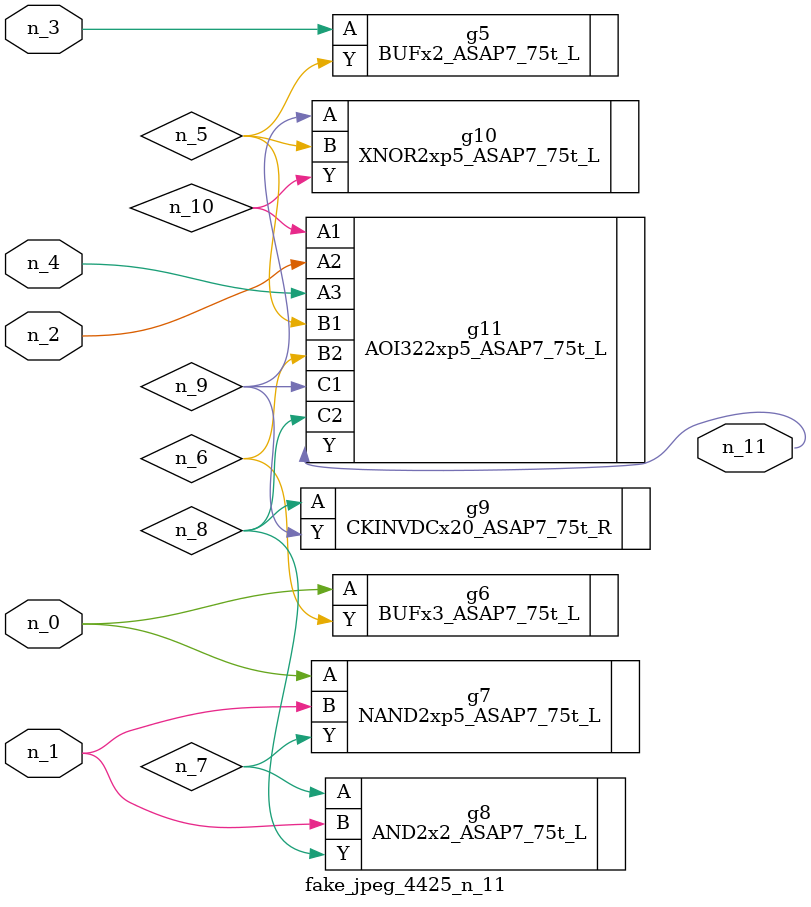
<source format=v>
module fake_jpeg_4425_n_11 (n_3, n_2, n_1, n_0, n_4, n_11);

input n_3;
input n_2;
input n_1;
input n_0;
input n_4;

output n_11;

wire n_10;
wire n_8;
wire n_9;
wire n_6;
wire n_5;
wire n_7;

BUFx2_ASAP7_75t_L g5 ( 
.A(n_3),
.Y(n_5)
);

BUFx3_ASAP7_75t_L g6 ( 
.A(n_0),
.Y(n_6)
);

NAND2xp5_ASAP7_75t_L g7 ( 
.A(n_0),
.B(n_1),
.Y(n_7)
);

AND2x2_ASAP7_75t_L g8 ( 
.A(n_7),
.B(n_1),
.Y(n_8)
);

CKINVDCx20_ASAP7_75t_R g9 ( 
.A(n_8),
.Y(n_9)
);

XNOR2xp5_ASAP7_75t_L g10 ( 
.A(n_9),
.B(n_5),
.Y(n_10)
);

AOI322xp5_ASAP7_75t_L g11 ( 
.A1(n_10),
.A2(n_2),
.A3(n_4),
.B1(n_5),
.B2(n_6),
.C1(n_9),
.C2(n_8),
.Y(n_11)
);


endmodule
</source>
